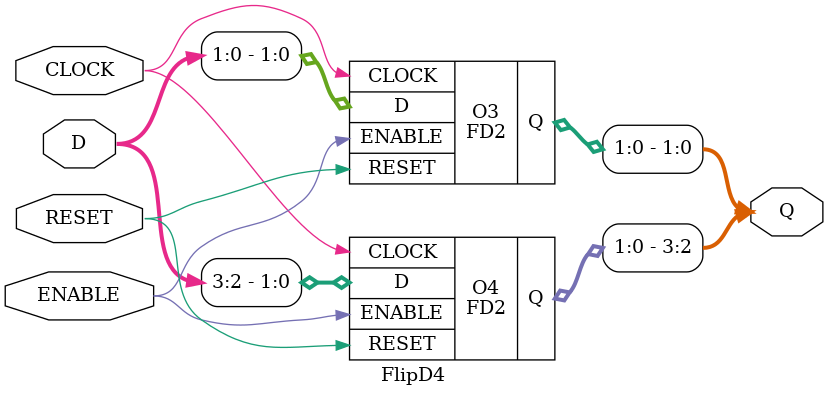
<source format=v>
module FD1(input wire CLOCK, input wire D, input wire RESET, input wire ENABLE, output Q);
reg Q;
	always @(posedge CLOCK or	posedge RESET)
		if (RESET)begin
		Q <= 0;
	end else if(ENABLE) begin
		Q <= D;
	end
endmodule


module FD2 (input wire CLOCK, input wire [1:0]D, input wire RESET, input wire ENABLE, output wire [1:0]Q);
	FD1 O0(CLOCK, D[0], RESET, ENABLE, Q[0]);
	FD1 O1(CLOCK, D[1], RESET, ENABLE, Q[1]);
endmodule


//Modulo FlipFlopD de 4 bitsx
module FlipD4 (input wire CLOCK, input wire [3:0]D, input wire RESET, input wire ENABLE, output wire [3:0]Q);
	FD2 O3(CLOCK, D[1:0], RESET, ENABLE, Q[1:0]);
	FD2 O4(CLOCK, D[3:2], RESET, ENABLE, Q[3:2]);
endmodule


</source>
